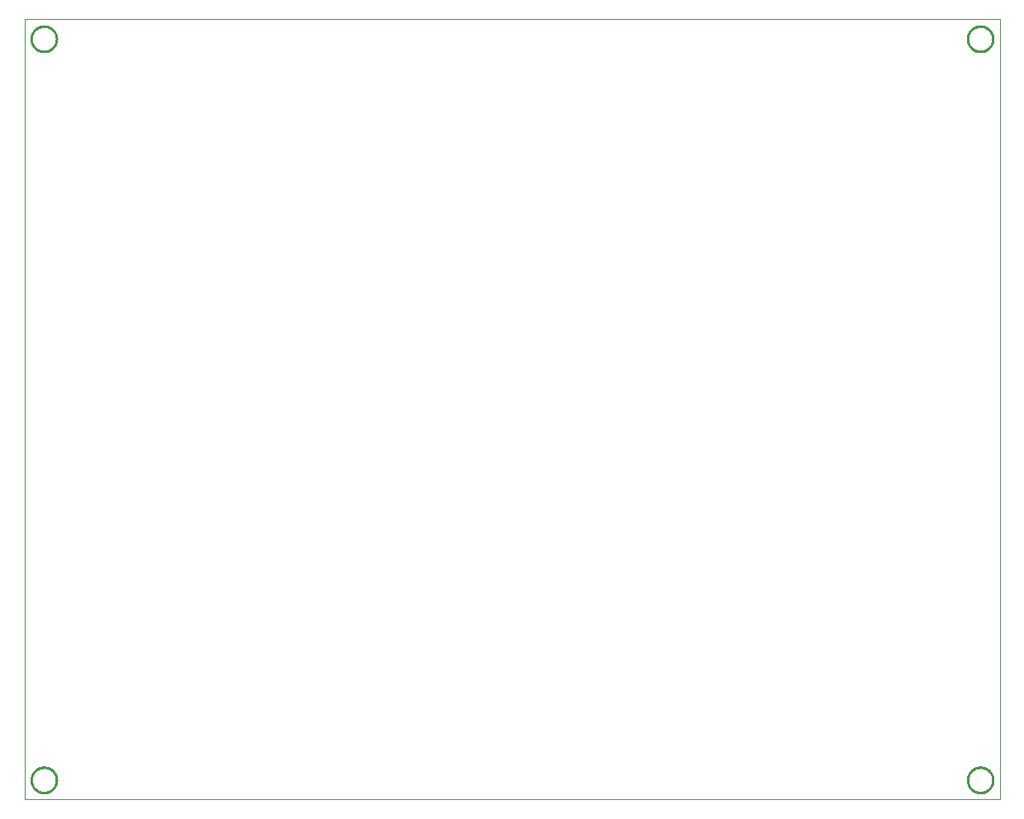
<source format=gko>
G75*
%MOIN*%
%OFA0B0*%
%FSLAX25Y25*%
%IPPOS*%
%LPD*%
%AMOC8*
5,1,8,0,0,1.08239X$1,22.5*
%
%ADD10C,0.00000*%
%ADD11C,0.01000*%
D10*
X0018821Y0015967D02*
X0412522Y0015967D01*
X0412522Y0330928D01*
X0018821Y0330928D01*
X0018821Y0015967D01*
D11*
X0021577Y0323054D02*
X0021579Y0323197D01*
X0021585Y0323340D01*
X0021595Y0323482D01*
X0021609Y0323624D01*
X0021627Y0323766D01*
X0021649Y0323908D01*
X0021674Y0324048D01*
X0021704Y0324188D01*
X0021738Y0324327D01*
X0021775Y0324465D01*
X0021817Y0324602D01*
X0021862Y0324737D01*
X0021911Y0324871D01*
X0021963Y0325004D01*
X0022019Y0325136D01*
X0022079Y0325265D01*
X0022143Y0325393D01*
X0022210Y0325520D01*
X0022281Y0325644D01*
X0022355Y0325766D01*
X0022432Y0325886D01*
X0022513Y0326004D01*
X0022597Y0326120D01*
X0022684Y0326233D01*
X0022774Y0326344D01*
X0022868Y0326452D01*
X0022964Y0326558D01*
X0023063Y0326660D01*
X0023166Y0326760D01*
X0023270Y0326857D01*
X0023378Y0326952D01*
X0023488Y0327043D01*
X0023601Y0327131D01*
X0023716Y0327215D01*
X0023833Y0327297D01*
X0023953Y0327375D01*
X0024074Y0327450D01*
X0024198Y0327522D01*
X0024324Y0327590D01*
X0024451Y0327654D01*
X0024581Y0327715D01*
X0024712Y0327772D01*
X0024844Y0327826D01*
X0024978Y0327875D01*
X0025113Y0327922D01*
X0025250Y0327964D01*
X0025388Y0328002D01*
X0025526Y0328037D01*
X0025666Y0328067D01*
X0025806Y0328094D01*
X0025947Y0328117D01*
X0026089Y0328136D01*
X0026231Y0328151D01*
X0026374Y0328162D01*
X0026516Y0328169D01*
X0026659Y0328172D01*
X0026802Y0328171D01*
X0026945Y0328166D01*
X0027088Y0328157D01*
X0027230Y0328144D01*
X0027372Y0328127D01*
X0027513Y0328106D01*
X0027654Y0328081D01*
X0027794Y0328053D01*
X0027933Y0328020D01*
X0028071Y0327983D01*
X0028208Y0327943D01*
X0028344Y0327899D01*
X0028479Y0327851D01*
X0028612Y0327799D01*
X0028744Y0327744D01*
X0028874Y0327685D01*
X0029003Y0327622D01*
X0029129Y0327556D01*
X0029254Y0327486D01*
X0029377Y0327413D01*
X0029497Y0327337D01*
X0029616Y0327257D01*
X0029732Y0327173D01*
X0029846Y0327087D01*
X0029957Y0326997D01*
X0030066Y0326905D01*
X0030172Y0326809D01*
X0030276Y0326711D01*
X0030377Y0326609D01*
X0030474Y0326505D01*
X0030569Y0326398D01*
X0030661Y0326289D01*
X0030750Y0326177D01*
X0030836Y0326062D01*
X0030918Y0325946D01*
X0030997Y0325826D01*
X0031073Y0325705D01*
X0031145Y0325582D01*
X0031214Y0325457D01*
X0031279Y0325330D01*
X0031341Y0325201D01*
X0031399Y0325070D01*
X0031454Y0324938D01*
X0031504Y0324804D01*
X0031551Y0324669D01*
X0031595Y0324533D01*
X0031634Y0324396D01*
X0031669Y0324257D01*
X0031701Y0324118D01*
X0031729Y0323978D01*
X0031753Y0323837D01*
X0031773Y0323695D01*
X0031789Y0323553D01*
X0031801Y0323411D01*
X0031809Y0323268D01*
X0031813Y0323125D01*
X0031813Y0322983D01*
X0031809Y0322840D01*
X0031801Y0322697D01*
X0031789Y0322555D01*
X0031773Y0322413D01*
X0031753Y0322271D01*
X0031729Y0322130D01*
X0031701Y0321990D01*
X0031669Y0321851D01*
X0031634Y0321712D01*
X0031595Y0321575D01*
X0031551Y0321439D01*
X0031504Y0321304D01*
X0031454Y0321170D01*
X0031399Y0321038D01*
X0031341Y0320907D01*
X0031279Y0320778D01*
X0031214Y0320651D01*
X0031145Y0320526D01*
X0031073Y0320403D01*
X0030997Y0320282D01*
X0030918Y0320162D01*
X0030836Y0320046D01*
X0030750Y0319931D01*
X0030661Y0319819D01*
X0030569Y0319710D01*
X0030474Y0319603D01*
X0030377Y0319499D01*
X0030276Y0319397D01*
X0030172Y0319299D01*
X0030066Y0319203D01*
X0029957Y0319111D01*
X0029846Y0319021D01*
X0029732Y0318935D01*
X0029616Y0318851D01*
X0029497Y0318771D01*
X0029377Y0318695D01*
X0029254Y0318622D01*
X0029129Y0318552D01*
X0029003Y0318486D01*
X0028874Y0318423D01*
X0028744Y0318364D01*
X0028612Y0318309D01*
X0028479Y0318257D01*
X0028344Y0318209D01*
X0028208Y0318165D01*
X0028071Y0318125D01*
X0027933Y0318088D01*
X0027794Y0318055D01*
X0027654Y0318027D01*
X0027513Y0318002D01*
X0027372Y0317981D01*
X0027230Y0317964D01*
X0027088Y0317951D01*
X0026945Y0317942D01*
X0026802Y0317937D01*
X0026659Y0317936D01*
X0026516Y0317939D01*
X0026374Y0317946D01*
X0026231Y0317957D01*
X0026089Y0317972D01*
X0025947Y0317991D01*
X0025806Y0318014D01*
X0025666Y0318041D01*
X0025526Y0318071D01*
X0025388Y0318106D01*
X0025250Y0318144D01*
X0025113Y0318186D01*
X0024978Y0318233D01*
X0024844Y0318282D01*
X0024712Y0318336D01*
X0024581Y0318393D01*
X0024451Y0318454D01*
X0024324Y0318518D01*
X0024198Y0318586D01*
X0024074Y0318658D01*
X0023953Y0318733D01*
X0023833Y0318811D01*
X0023716Y0318893D01*
X0023601Y0318977D01*
X0023488Y0319065D01*
X0023378Y0319156D01*
X0023270Y0319251D01*
X0023166Y0319348D01*
X0023063Y0319448D01*
X0022964Y0319550D01*
X0022868Y0319656D01*
X0022774Y0319764D01*
X0022684Y0319875D01*
X0022597Y0319988D01*
X0022513Y0320104D01*
X0022432Y0320222D01*
X0022355Y0320342D01*
X0022281Y0320464D01*
X0022210Y0320588D01*
X0022143Y0320715D01*
X0022079Y0320843D01*
X0022019Y0320972D01*
X0021963Y0321104D01*
X0021911Y0321237D01*
X0021862Y0321371D01*
X0021817Y0321506D01*
X0021775Y0321643D01*
X0021738Y0321781D01*
X0021704Y0321920D01*
X0021674Y0322060D01*
X0021649Y0322200D01*
X0021627Y0322342D01*
X0021609Y0322484D01*
X0021595Y0322626D01*
X0021585Y0322768D01*
X0021579Y0322911D01*
X0021577Y0323054D01*
X0399530Y0323054D02*
X0399532Y0323197D01*
X0399538Y0323340D01*
X0399548Y0323482D01*
X0399562Y0323624D01*
X0399580Y0323766D01*
X0399602Y0323908D01*
X0399627Y0324048D01*
X0399657Y0324188D01*
X0399691Y0324327D01*
X0399728Y0324465D01*
X0399770Y0324602D01*
X0399815Y0324737D01*
X0399864Y0324871D01*
X0399916Y0325004D01*
X0399972Y0325136D01*
X0400032Y0325265D01*
X0400096Y0325393D01*
X0400163Y0325520D01*
X0400234Y0325644D01*
X0400308Y0325766D01*
X0400385Y0325886D01*
X0400466Y0326004D01*
X0400550Y0326120D01*
X0400637Y0326233D01*
X0400727Y0326344D01*
X0400821Y0326452D01*
X0400917Y0326558D01*
X0401016Y0326660D01*
X0401119Y0326760D01*
X0401223Y0326857D01*
X0401331Y0326952D01*
X0401441Y0327043D01*
X0401554Y0327131D01*
X0401669Y0327215D01*
X0401786Y0327297D01*
X0401906Y0327375D01*
X0402027Y0327450D01*
X0402151Y0327522D01*
X0402277Y0327590D01*
X0402404Y0327654D01*
X0402534Y0327715D01*
X0402665Y0327772D01*
X0402797Y0327826D01*
X0402931Y0327875D01*
X0403066Y0327922D01*
X0403203Y0327964D01*
X0403341Y0328002D01*
X0403479Y0328037D01*
X0403619Y0328067D01*
X0403759Y0328094D01*
X0403900Y0328117D01*
X0404042Y0328136D01*
X0404184Y0328151D01*
X0404327Y0328162D01*
X0404469Y0328169D01*
X0404612Y0328172D01*
X0404755Y0328171D01*
X0404898Y0328166D01*
X0405041Y0328157D01*
X0405183Y0328144D01*
X0405325Y0328127D01*
X0405466Y0328106D01*
X0405607Y0328081D01*
X0405747Y0328053D01*
X0405886Y0328020D01*
X0406024Y0327983D01*
X0406161Y0327943D01*
X0406297Y0327899D01*
X0406432Y0327851D01*
X0406565Y0327799D01*
X0406697Y0327744D01*
X0406827Y0327685D01*
X0406956Y0327622D01*
X0407082Y0327556D01*
X0407207Y0327486D01*
X0407330Y0327413D01*
X0407450Y0327337D01*
X0407569Y0327257D01*
X0407685Y0327173D01*
X0407799Y0327087D01*
X0407910Y0326997D01*
X0408019Y0326905D01*
X0408125Y0326809D01*
X0408229Y0326711D01*
X0408330Y0326609D01*
X0408427Y0326505D01*
X0408522Y0326398D01*
X0408614Y0326289D01*
X0408703Y0326177D01*
X0408789Y0326062D01*
X0408871Y0325946D01*
X0408950Y0325826D01*
X0409026Y0325705D01*
X0409098Y0325582D01*
X0409167Y0325457D01*
X0409232Y0325330D01*
X0409294Y0325201D01*
X0409352Y0325070D01*
X0409407Y0324938D01*
X0409457Y0324804D01*
X0409504Y0324669D01*
X0409548Y0324533D01*
X0409587Y0324396D01*
X0409622Y0324257D01*
X0409654Y0324118D01*
X0409682Y0323978D01*
X0409706Y0323837D01*
X0409726Y0323695D01*
X0409742Y0323553D01*
X0409754Y0323411D01*
X0409762Y0323268D01*
X0409766Y0323125D01*
X0409766Y0322983D01*
X0409762Y0322840D01*
X0409754Y0322697D01*
X0409742Y0322555D01*
X0409726Y0322413D01*
X0409706Y0322271D01*
X0409682Y0322130D01*
X0409654Y0321990D01*
X0409622Y0321851D01*
X0409587Y0321712D01*
X0409548Y0321575D01*
X0409504Y0321439D01*
X0409457Y0321304D01*
X0409407Y0321170D01*
X0409352Y0321038D01*
X0409294Y0320907D01*
X0409232Y0320778D01*
X0409167Y0320651D01*
X0409098Y0320526D01*
X0409026Y0320403D01*
X0408950Y0320282D01*
X0408871Y0320162D01*
X0408789Y0320046D01*
X0408703Y0319931D01*
X0408614Y0319819D01*
X0408522Y0319710D01*
X0408427Y0319603D01*
X0408330Y0319499D01*
X0408229Y0319397D01*
X0408125Y0319299D01*
X0408019Y0319203D01*
X0407910Y0319111D01*
X0407799Y0319021D01*
X0407685Y0318935D01*
X0407569Y0318851D01*
X0407450Y0318771D01*
X0407330Y0318695D01*
X0407207Y0318622D01*
X0407082Y0318552D01*
X0406956Y0318486D01*
X0406827Y0318423D01*
X0406697Y0318364D01*
X0406565Y0318309D01*
X0406432Y0318257D01*
X0406297Y0318209D01*
X0406161Y0318165D01*
X0406024Y0318125D01*
X0405886Y0318088D01*
X0405747Y0318055D01*
X0405607Y0318027D01*
X0405466Y0318002D01*
X0405325Y0317981D01*
X0405183Y0317964D01*
X0405041Y0317951D01*
X0404898Y0317942D01*
X0404755Y0317937D01*
X0404612Y0317936D01*
X0404469Y0317939D01*
X0404327Y0317946D01*
X0404184Y0317957D01*
X0404042Y0317972D01*
X0403900Y0317991D01*
X0403759Y0318014D01*
X0403619Y0318041D01*
X0403479Y0318071D01*
X0403341Y0318106D01*
X0403203Y0318144D01*
X0403066Y0318186D01*
X0402931Y0318233D01*
X0402797Y0318282D01*
X0402665Y0318336D01*
X0402534Y0318393D01*
X0402404Y0318454D01*
X0402277Y0318518D01*
X0402151Y0318586D01*
X0402027Y0318658D01*
X0401906Y0318733D01*
X0401786Y0318811D01*
X0401669Y0318893D01*
X0401554Y0318977D01*
X0401441Y0319065D01*
X0401331Y0319156D01*
X0401223Y0319251D01*
X0401119Y0319348D01*
X0401016Y0319448D01*
X0400917Y0319550D01*
X0400821Y0319656D01*
X0400727Y0319764D01*
X0400637Y0319875D01*
X0400550Y0319988D01*
X0400466Y0320104D01*
X0400385Y0320222D01*
X0400308Y0320342D01*
X0400234Y0320464D01*
X0400163Y0320588D01*
X0400096Y0320715D01*
X0400032Y0320843D01*
X0399972Y0320972D01*
X0399916Y0321104D01*
X0399864Y0321237D01*
X0399815Y0321371D01*
X0399770Y0321506D01*
X0399728Y0321643D01*
X0399691Y0321781D01*
X0399657Y0321920D01*
X0399627Y0322060D01*
X0399602Y0322200D01*
X0399580Y0322342D01*
X0399562Y0322484D01*
X0399548Y0322626D01*
X0399538Y0322768D01*
X0399532Y0322911D01*
X0399530Y0323054D01*
X0399530Y0023841D02*
X0399532Y0023984D01*
X0399538Y0024127D01*
X0399548Y0024269D01*
X0399562Y0024411D01*
X0399580Y0024553D01*
X0399602Y0024695D01*
X0399627Y0024835D01*
X0399657Y0024975D01*
X0399691Y0025114D01*
X0399728Y0025252D01*
X0399770Y0025389D01*
X0399815Y0025524D01*
X0399864Y0025658D01*
X0399916Y0025791D01*
X0399972Y0025923D01*
X0400032Y0026052D01*
X0400096Y0026180D01*
X0400163Y0026307D01*
X0400234Y0026431D01*
X0400308Y0026553D01*
X0400385Y0026673D01*
X0400466Y0026791D01*
X0400550Y0026907D01*
X0400637Y0027020D01*
X0400727Y0027131D01*
X0400821Y0027239D01*
X0400917Y0027345D01*
X0401016Y0027447D01*
X0401119Y0027547D01*
X0401223Y0027644D01*
X0401331Y0027739D01*
X0401441Y0027830D01*
X0401554Y0027918D01*
X0401669Y0028002D01*
X0401786Y0028084D01*
X0401906Y0028162D01*
X0402027Y0028237D01*
X0402151Y0028309D01*
X0402277Y0028377D01*
X0402404Y0028441D01*
X0402534Y0028502D01*
X0402665Y0028559D01*
X0402797Y0028613D01*
X0402931Y0028662D01*
X0403066Y0028709D01*
X0403203Y0028751D01*
X0403341Y0028789D01*
X0403479Y0028824D01*
X0403619Y0028854D01*
X0403759Y0028881D01*
X0403900Y0028904D01*
X0404042Y0028923D01*
X0404184Y0028938D01*
X0404327Y0028949D01*
X0404469Y0028956D01*
X0404612Y0028959D01*
X0404755Y0028958D01*
X0404898Y0028953D01*
X0405041Y0028944D01*
X0405183Y0028931D01*
X0405325Y0028914D01*
X0405466Y0028893D01*
X0405607Y0028868D01*
X0405747Y0028840D01*
X0405886Y0028807D01*
X0406024Y0028770D01*
X0406161Y0028730D01*
X0406297Y0028686D01*
X0406432Y0028638D01*
X0406565Y0028586D01*
X0406697Y0028531D01*
X0406827Y0028472D01*
X0406956Y0028409D01*
X0407082Y0028343D01*
X0407207Y0028273D01*
X0407330Y0028200D01*
X0407450Y0028124D01*
X0407569Y0028044D01*
X0407685Y0027960D01*
X0407799Y0027874D01*
X0407910Y0027784D01*
X0408019Y0027692D01*
X0408125Y0027596D01*
X0408229Y0027498D01*
X0408330Y0027396D01*
X0408427Y0027292D01*
X0408522Y0027185D01*
X0408614Y0027076D01*
X0408703Y0026964D01*
X0408789Y0026849D01*
X0408871Y0026733D01*
X0408950Y0026613D01*
X0409026Y0026492D01*
X0409098Y0026369D01*
X0409167Y0026244D01*
X0409232Y0026117D01*
X0409294Y0025988D01*
X0409352Y0025857D01*
X0409407Y0025725D01*
X0409457Y0025591D01*
X0409504Y0025456D01*
X0409548Y0025320D01*
X0409587Y0025183D01*
X0409622Y0025044D01*
X0409654Y0024905D01*
X0409682Y0024765D01*
X0409706Y0024624D01*
X0409726Y0024482D01*
X0409742Y0024340D01*
X0409754Y0024198D01*
X0409762Y0024055D01*
X0409766Y0023912D01*
X0409766Y0023770D01*
X0409762Y0023627D01*
X0409754Y0023484D01*
X0409742Y0023342D01*
X0409726Y0023200D01*
X0409706Y0023058D01*
X0409682Y0022917D01*
X0409654Y0022777D01*
X0409622Y0022638D01*
X0409587Y0022499D01*
X0409548Y0022362D01*
X0409504Y0022226D01*
X0409457Y0022091D01*
X0409407Y0021957D01*
X0409352Y0021825D01*
X0409294Y0021694D01*
X0409232Y0021565D01*
X0409167Y0021438D01*
X0409098Y0021313D01*
X0409026Y0021190D01*
X0408950Y0021069D01*
X0408871Y0020949D01*
X0408789Y0020833D01*
X0408703Y0020718D01*
X0408614Y0020606D01*
X0408522Y0020497D01*
X0408427Y0020390D01*
X0408330Y0020286D01*
X0408229Y0020184D01*
X0408125Y0020086D01*
X0408019Y0019990D01*
X0407910Y0019898D01*
X0407799Y0019808D01*
X0407685Y0019722D01*
X0407569Y0019638D01*
X0407450Y0019558D01*
X0407330Y0019482D01*
X0407207Y0019409D01*
X0407082Y0019339D01*
X0406956Y0019273D01*
X0406827Y0019210D01*
X0406697Y0019151D01*
X0406565Y0019096D01*
X0406432Y0019044D01*
X0406297Y0018996D01*
X0406161Y0018952D01*
X0406024Y0018912D01*
X0405886Y0018875D01*
X0405747Y0018842D01*
X0405607Y0018814D01*
X0405466Y0018789D01*
X0405325Y0018768D01*
X0405183Y0018751D01*
X0405041Y0018738D01*
X0404898Y0018729D01*
X0404755Y0018724D01*
X0404612Y0018723D01*
X0404469Y0018726D01*
X0404327Y0018733D01*
X0404184Y0018744D01*
X0404042Y0018759D01*
X0403900Y0018778D01*
X0403759Y0018801D01*
X0403619Y0018828D01*
X0403479Y0018858D01*
X0403341Y0018893D01*
X0403203Y0018931D01*
X0403066Y0018973D01*
X0402931Y0019020D01*
X0402797Y0019069D01*
X0402665Y0019123D01*
X0402534Y0019180D01*
X0402404Y0019241D01*
X0402277Y0019305D01*
X0402151Y0019373D01*
X0402027Y0019445D01*
X0401906Y0019520D01*
X0401786Y0019598D01*
X0401669Y0019680D01*
X0401554Y0019764D01*
X0401441Y0019852D01*
X0401331Y0019943D01*
X0401223Y0020038D01*
X0401119Y0020135D01*
X0401016Y0020235D01*
X0400917Y0020337D01*
X0400821Y0020443D01*
X0400727Y0020551D01*
X0400637Y0020662D01*
X0400550Y0020775D01*
X0400466Y0020891D01*
X0400385Y0021009D01*
X0400308Y0021129D01*
X0400234Y0021251D01*
X0400163Y0021375D01*
X0400096Y0021502D01*
X0400032Y0021630D01*
X0399972Y0021759D01*
X0399916Y0021891D01*
X0399864Y0022024D01*
X0399815Y0022158D01*
X0399770Y0022293D01*
X0399728Y0022430D01*
X0399691Y0022568D01*
X0399657Y0022707D01*
X0399627Y0022847D01*
X0399602Y0022987D01*
X0399580Y0023129D01*
X0399562Y0023271D01*
X0399548Y0023413D01*
X0399538Y0023555D01*
X0399532Y0023698D01*
X0399530Y0023841D01*
X0021577Y0023841D02*
X0021579Y0023984D01*
X0021585Y0024127D01*
X0021595Y0024269D01*
X0021609Y0024411D01*
X0021627Y0024553D01*
X0021649Y0024695D01*
X0021674Y0024835D01*
X0021704Y0024975D01*
X0021738Y0025114D01*
X0021775Y0025252D01*
X0021817Y0025389D01*
X0021862Y0025524D01*
X0021911Y0025658D01*
X0021963Y0025791D01*
X0022019Y0025923D01*
X0022079Y0026052D01*
X0022143Y0026180D01*
X0022210Y0026307D01*
X0022281Y0026431D01*
X0022355Y0026553D01*
X0022432Y0026673D01*
X0022513Y0026791D01*
X0022597Y0026907D01*
X0022684Y0027020D01*
X0022774Y0027131D01*
X0022868Y0027239D01*
X0022964Y0027345D01*
X0023063Y0027447D01*
X0023166Y0027547D01*
X0023270Y0027644D01*
X0023378Y0027739D01*
X0023488Y0027830D01*
X0023601Y0027918D01*
X0023716Y0028002D01*
X0023833Y0028084D01*
X0023953Y0028162D01*
X0024074Y0028237D01*
X0024198Y0028309D01*
X0024324Y0028377D01*
X0024451Y0028441D01*
X0024581Y0028502D01*
X0024712Y0028559D01*
X0024844Y0028613D01*
X0024978Y0028662D01*
X0025113Y0028709D01*
X0025250Y0028751D01*
X0025388Y0028789D01*
X0025526Y0028824D01*
X0025666Y0028854D01*
X0025806Y0028881D01*
X0025947Y0028904D01*
X0026089Y0028923D01*
X0026231Y0028938D01*
X0026374Y0028949D01*
X0026516Y0028956D01*
X0026659Y0028959D01*
X0026802Y0028958D01*
X0026945Y0028953D01*
X0027088Y0028944D01*
X0027230Y0028931D01*
X0027372Y0028914D01*
X0027513Y0028893D01*
X0027654Y0028868D01*
X0027794Y0028840D01*
X0027933Y0028807D01*
X0028071Y0028770D01*
X0028208Y0028730D01*
X0028344Y0028686D01*
X0028479Y0028638D01*
X0028612Y0028586D01*
X0028744Y0028531D01*
X0028874Y0028472D01*
X0029003Y0028409D01*
X0029129Y0028343D01*
X0029254Y0028273D01*
X0029377Y0028200D01*
X0029497Y0028124D01*
X0029616Y0028044D01*
X0029732Y0027960D01*
X0029846Y0027874D01*
X0029957Y0027784D01*
X0030066Y0027692D01*
X0030172Y0027596D01*
X0030276Y0027498D01*
X0030377Y0027396D01*
X0030474Y0027292D01*
X0030569Y0027185D01*
X0030661Y0027076D01*
X0030750Y0026964D01*
X0030836Y0026849D01*
X0030918Y0026733D01*
X0030997Y0026613D01*
X0031073Y0026492D01*
X0031145Y0026369D01*
X0031214Y0026244D01*
X0031279Y0026117D01*
X0031341Y0025988D01*
X0031399Y0025857D01*
X0031454Y0025725D01*
X0031504Y0025591D01*
X0031551Y0025456D01*
X0031595Y0025320D01*
X0031634Y0025183D01*
X0031669Y0025044D01*
X0031701Y0024905D01*
X0031729Y0024765D01*
X0031753Y0024624D01*
X0031773Y0024482D01*
X0031789Y0024340D01*
X0031801Y0024198D01*
X0031809Y0024055D01*
X0031813Y0023912D01*
X0031813Y0023770D01*
X0031809Y0023627D01*
X0031801Y0023484D01*
X0031789Y0023342D01*
X0031773Y0023200D01*
X0031753Y0023058D01*
X0031729Y0022917D01*
X0031701Y0022777D01*
X0031669Y0022638D01*
X0031634Y0022499D01*
X0031595Y0022362D01*
X0031551Y0022226D01*
X0031504Y0022091D01*
X0031454Y0021957D01*
X0031399Y0021825D01*
X0031341Y0021694D01*
X0031279Y0021565D01*
X0031214Y0021438D01*
X0031145Y0021313D01*
X0031073Y0021190D01*
X0030997Y0021069D01*
X0030918Y0020949D01*
X0030836Y0020833D01*
X0030750Y0020718D01*
X0030661Y0020606D01*
X0030569Y0020497D01*
X0030474Y0020390D01*
X0030377Y0020286D01*
X0030276Y0020184D01*
X0030172Y0020086D01*
X0030066Y0019990D01*
X0029957Y0019898D01*
X0029846Y0019808D01*
X0029732Y0019722D01*
X0029616Y0019638D01*
X0029497Y0019558D01*
X0029377Y0019482D01*
X0029254Y0019409D01*
X0029129Y0019339D01*
X0029003Y0019273D01*
X0028874Y0019210D01*
X0028744Y0019151D01*
X0028612Y0019096D01*
X0028479Y0019044D01*
X0028344Y0018996D01*
X0028208Y0018952D01*
X0028071Y0018912D01*
X0027933Y0018875D01*
X0027794Y0018842D01*
X0027654Y0018814D01*
X0027513Y0018789D01*
X0027372Y0018768D01*
X0027230Y0018751D01*
X0027088Y0018738D01*
X0026945Y0018729D01*
X0026802Y0018724D01*
X0026659Y0018723D01*
X0026516Y0018726D01*
X0026374Y0018733D01*
X0026231Y0018744D01*
X0026089Y0018759D01*
X0025947Y0018778D01*
X0025806Y0018801D01*
X0025666Y0018828D01*
X0025526Y0018858D01*
X0025388Y0018893D01*
X0025250Y0018931D01*
X0025113Y0018973D01*
X0024978Y0019020D01*
X0024844Y0019069D01*
X0024712Y0019123D01*
X0024581Y0019180D01*
X0024451Y0019241D01*
X0024324Y0019305D01*
X0024198Y0019373D01*
X0024074Y0019445D01*
X0023953Y0019520D01*
X0023833Y0019598D01*
X0023716Y0019680D01*
X0023601Y0019764D01*
X0023488Y0019852D01*
X0023378Y0019943D01*
X0023270Y0020038D01*
X0023166Y0020135D01*
X0023063Y0020235D01*
X0022964Y0020337D01*
X0022868Y0020443D01*
X0022774Y0020551D01*
X0022684Y0020662D01*
X0022597Y0020775D01*
X0022513Y0020891D01*
X0022432Y0021009D01*
X0022355Y0021129D01*
X0022281Y0021251D01*
X0022210Y0021375D01*
X0022143Y0021502D01*
X0022079Y0021630D01*
X0022019Y0021759D01*
X0021963Y0021891D01*
X0021911Y0022024D01*
X0021862Y0022158D01*
X0021817Y0022293D01*
X0021775Y0022430D01*
X0021738Y0022568D01*
X0021704Y0022707D01*
X0021674Y0022847D01*
X0021649Y0022987D01*
X0021627Y0023129D01*
X0021609Y0023271D01*
X0021595Y0023413D01*
X0021585Y0023555D01*
X0021579Y0023698D01*
X0021577Y0023841D01*
M02*

</source>
